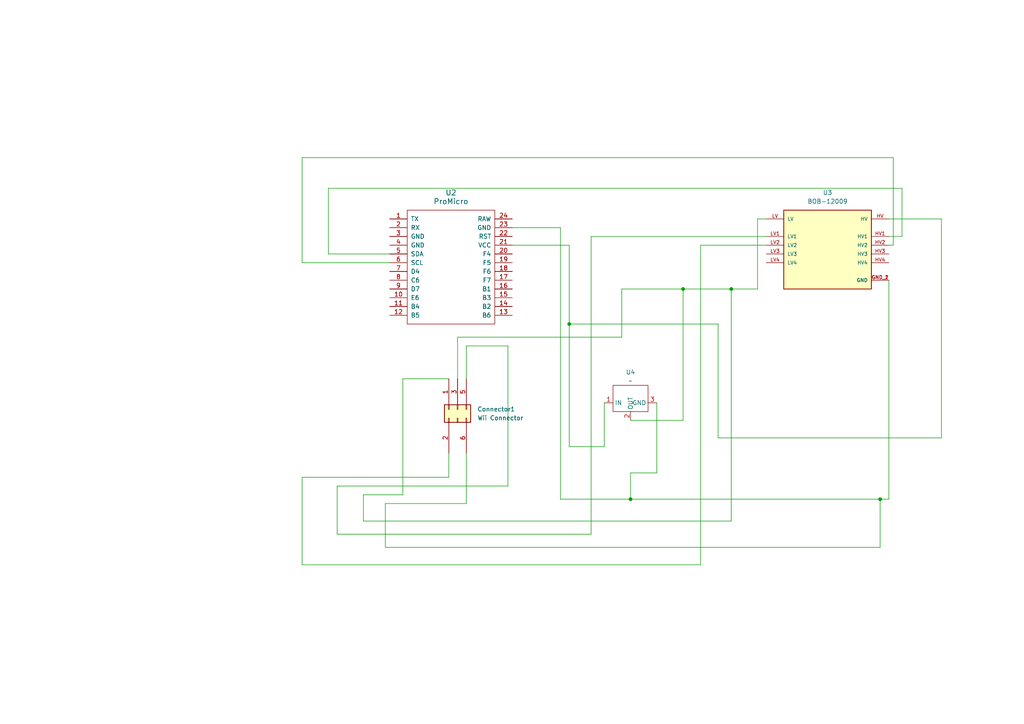
<source format=kicad_sch>
(kicad_sch (version 20231120) (generator "eeschema") (generator_version "8.0")
  (paper "A4")
  (lib_symbols
    (symbol "3.3v Voltage Regulator:3.3v_Regulator"
      (property "Reference" "U" (at 0 0 0))
      (symbol "3.3v_Regulator_0_1"
        (rectangle (start -5.08 5.08) (end 5.08 -2.54))
      )
      (symbol "3.3v_Regulator_1_1"
        (pin input line (at -7.62 0 0) (length 2.54) (name "IN") (number "1"))
        (pin output line (at 0 -5.08 90) (length 2.54) (name "OUT") (number "2"))
        (pin passive line (at 7.62 0 180) (length 2.54) (name "GND") (number "3"))
      )
    )
    (symbol "3.3v Voltage Regulator:Wii_Connector" (pin_names (offset 1.016) hide)
      (property "Value" "Wii Connector" (at 1.778 0.508 0))
      (symbol "Wii_Connector_1_1"
        (rectangle (start -3.1895 3.2433) (end 4.4305 -1.8367) (stroke (width 0.254)) (fill (type background)))
        (rectangle (start -1.778 -1.905) (end -2.032 -0.635) (stroke (width 0.1524)))
        (rectangle (start -1.778 3.175) (end -2.032 1.905) (stroke (width 0.1524)))
        (rectangle (start 0.508 3.175) (end 0.762 1.905) (stroke (width 0.1524)))
        (rectangle (start 0.762 -1.905) (end 0.508 -0.635) (stroke (width 0.1524)))
        (rectangle (start 3.302 -1.905) (end 3.048 -0.635) (stroke (width 0.1524)))
        (rectangle (start 3.302 3.175) (end 3.048 1.905) (stroke (width 0.1524)))
        (pin passive line (at -1.905 10.795 270) (length 7.62) (name "3.3v") (number "1"))
        (pin passive line (at -1.905 -10.795 90) (length 8.89) (name "SCL") (number "2"))
        (pin passive line (at 0.635 10.795 270) (length 7.62) (name "3.3v") (number "3"))
        (pin passive line (at 3.175 10.795 270) (length 7.62) (name "SDA") (number "5"))
        (pin passive line (at 3.175 -10.795 90) (length 8.89) (name "GND") (number "6"))
      )
    )
    (symbol "Logic Converter:BOB-12009" (pin_names (offset 1.016))
      (property "Reference" "U" (at -12.7 11.43 0))
      (property "Value" "BOB-12009" (at -12.7 -15.24 0))
      (symbol "BOB-12009_0_0"
        (rectangle (start -12.7 -12.7) (end 12.7 10.16) (stroke (width 0.254)) (fill (type background)))
        (pin power_in line (at 17.78 -10.16 180) (length 5.08) (name "GND") (number "GND_1"))
        (pin power_in line (at 17.78 -10.16 180) (length 5.08) (name "GND") (number "GND_2"))
        (pin bidirectional line (at 17.78 7.62 180) (length 5.08) (name "HV") (number "HV"))
        (pin bidirectional line (at 17.78 2.54 180) (length 5.08) (name "HV1") (number "HV1"))
        (pin bidirectional line (at 17.78 0 180) (length 5.08) (name "HV2") (number "HV2"))
        (pin bidirectional line (at 17.78 -2.54 180) (length 5.08) (name "HV3") (number "HV3"))
        (pin bidirectional line (at 17.78 -5.08 180) (length 5.08) (name "HV4") (number "HV4"))
        (pin bidirectional line (at -17.78 7.62 0) (length 5.08) (name "LV") (number "LV"))
        (pin bidirectional line (at -17.78 2.54 0) (length 5.08) (name "LV1") (number "LV1"))
        (pin bidirectional line (at -17.78 0 0) (length 5.08) (name "LV2") (number "LV2"))
        (pin bidirectional line (at -17.78 -2.54 0) (length 5.08) (name "LV3") (number "LV3"))
        (pin bidirectional line (at -17.78 -5.08 0) (length 5.08) (name "LV4") (number "LV4"))
      )
    )
    (symbol "promicro:ProMicro" (pin_names (offset 1.016))
      (property "Reference" "U" (at 0 24.13 0))
      (property "Value" "ProMicro" (at 0 -13.97 0))
      (symbol "ProMicro_0_1"
        (rectangle (start -12.7 21.59) (end 12.7 -11.43))
      )
      (symbol "ProMicro_1_1"
        (pin bidirectional line (at -17.78 19.05 0) (length 5.08) (name "TX") (number "1"))
        (pin bidirectional line (at -17.78 -3.81 0) (length 5.08) (name "E6") (number "10"))
        (pin bidirectional line (at -17.78 -6.35 0) (length 5.08) (name "B4") (number "11"))
        (pin bidirectional line (at -17.78 -8.89 0) (length 5.08) (name "B5") (number "12"))
        (pin bidirectional line (at 17.78 -8.89 180) (length 5.08) (name "B6") (number "13"))
        (pin bidirectional line (at 17.78 -6.35 180) (length 5.08) (name "B2") (number "14"))
        (pin bidirectional line (at 17.78 -3.81 180) (length 5.08) (name "B3") (number "15"))
        (pin bidirectional line (at 17.78 -1.27 180) (length 5.08) (name "B1") (number "16"))
        (pin bidirectional line (at 17.78 1.27 180) (length 5.08) (name "F7") (number "17"))
        (pin bidirectional line (at 17.78 3.81 180) (length 5.08) (name "F6") (number "18"))
        (pin bidirectional line (at 17.78 6.35 180) (length 5.08) (name "F5") (number "19"))
        (pin bidirectional line (at -17.78 16.51 0) (length 5.08) (name "RX") (number "2"))
        (pin bidirectional line (at 17.78 8.89 180) (length 5.08) (name "F4") (number "20"))
        (pin power_in line (at 17.78 11.43 180) (length 5.08) (name "VCC") (number "21"))
        (pin input line (at 17.78 13.97 180) (length 5.08) (name "RST") (number "22"))
        (pin power_in line (at 17.78 16.51 180) (length 5.08) (name "GND") (number "23"))
        (pin power_out line (at 17.78 19.05 180) (length 5.08) (name "RAW") (number "24"))
        (pin power_in line (at -17.78 13.97 0) (length 5.08) (name "GND") (number "3"))
        (pin power_in line (at -17.78 11.43 0) (length 5.08) (name "GND") (number "4"))
        (pin bidirectional line (at -17.78 8.89 0) (length 5.08) (name "SDA") (number "5"))
        (pin bidirectional line (at -17.78 6.35 0) (length 5.08) (name "SCL") (number "6"))
        (pin bidirectional line (at -17.78 3.81 0) (length 5.08) (name "D4") (number "7"))
        (pin bidirectional line (at -17.78 1.27 0) (length 5.08) (name "C6") (number "8"))
        (pin bidirectional line (at -17.78 -1.27 0) (length 5.08) (name "D7") (number "9"))
      )
    )
  )
  (junction (at 165.1 93.98))
  (junction (at 255.27 144.78))
  (junction (at 212.09 83.82))
  (junction (at 182.88 144.78))
  (junction (at 198.12 83.82))
  (wire (pts (xy 180.34 83.82) (xy 180.34 97.79)))
  (wire (pts (xy 105.41 151.13) (xy 105.41 143.51)))
  (wire (pts (xy 182.88 121.92) (xy 198.12 121.92)))
  (wire (pts (xy 198.12 83.82) (xy 180.34 83.82)))
  (wire (pts (xy 111.76 146.05) (xy 135.255 146.05)))
  (wire (pts (xy 255.27 144.78) (xy 255.27 158.75)))
  (wire (pts (xy 203.2 71.12) (xy 203.2 163.83)))
  (wire (pts (xy 87.63 163.83) (xy 87.63 138.43)))
  (wire (pts (xy 212.09 151.13) (xy 105.41 151.13)))
  (wire (pts (xy 259.08 71.12) (xy 257.81 71.12)))
  (wire (pts (xy 255.27 158.75) (xy 111.76 158.75)))
  (wire (pts (xy 132.715 97.79) (xy 180.34 97.79)))
  (wire (pts (xy 113.03 76.2) (xy 87.63 76.2)))
  (wire (pts (xy 190.5 137.16) (xy 190.5 116.84)))
  (wire (pts (xy 171.45 154.94) (xy 97.79 154.94)))
  (wire (pts (xy 259.08 45.72) (xy 259.08 71.12)))
  (wire (pts (xy 165.1 71.12) (xy 165.1 93.98)))
  (wire (pts (xy 171.45 68.58) (xy 171.45 154.94)))
  (wire (pts (xy 261.62 68.58) (xy 257.81 68.58)))
  (wire (pts (xy 208.28 93.98) (xy 208.28 127)))
  (wire (pts (xy 222.25 68.58) (xy 171.45 68.58)))
  (wire (pts (xy 95.25 54.61) (xy 261.62 54.61)))
  (wire (pts (xy 165.1 93.98) (xy 165.1 129.54)))
  (wire (pts (xy 257.81 81.28) (xy 257.81 144.78)))
  (wire (pts (xy 147.32 140.97) (xy 147.32 100.33)))
  (wire (pts (xy 255.27 144.78) (xy 182.88 144.78)))
  (wire (pts (xy 130.175 138.43) (xy 130.175 131.445)))
  (wire (pts (xy 135.255 100.33) (xy 135.255 109.855)))
  (wire (pts (xy 135.255 146.05) (xy 135.255 131.445)))
  (wire (pts (xy 222.25 63.5) (xy 219.71 63.5)))
  (wire (pts (xy 219.71 63.5) (xy 219.71 83.82)))
  (wire (pts (xy 175.26 116.84) (xy 175.26 129.54)))
  (wire (pts (xy 111.76 158.75) (xy 111.76 146.05)))
  (wire (pts (xy 95.25 73.66) (xy 95.25 54.61)))
  (wire (pts (xy 198.12 83.82) (xy 198.12 121.92)))
  (wire (pts (xy 162.56 66.04) (xy 162.56 144.78)))
  (wire (pts (xy 222.25 71.12) (xy 203.2 71.12)))
  (wire (pts (xy 148.59 66.04) (xy 162.56 66.04)))
  (wire (pts (xy 208.28 127) (xy 273.05 127)))
  (wire (pts (xy 87.63 76.2) (xy 87.63 45.72)))
  (wire (pts (xy 113.03 73.66) (xy 95.25 73.66)))
  (wire (pts (xy 105.41 143.51) (xy 116.84 143.51)))
  (wire (pts (xy 212.09 83.82) (xy 212.09 151.13)))
  (wire (pts (xy 148.59 71.12) (xy 165.1 71.12)))
  (wire (pts (xy 198.12 83.82) (xy 212.09 83.82)))
  (wire (pts (xy 212.09 83.82) (xy 219.71 83.82)))
  (wire (pts (xy 261.62 54.61) (xy 261.62 68.58)))
  (wire (pts (xy 162.56 144.78) (xy 182.88 144.78)))
  (wire (pts (xy 273.05 127) (xy 273.05 63.5)))
  (wire (pts (xy 116.84 143.51) (xy 116.84 109.855)))
  (wire (pts (xy 165.1 93.98) (xy 208.28 93.98)))
  (wire (pts (xy 97.79 154.94) (xy 97.79 140.97)))
  (wire (pts (xy 87.63 45.72) (xy 259.08 45.72)))
  (wire (pts (xy 116.84 109.855) (xy 130.175 109.855)))
  (wire (pts (xy 97.79 140.97) (xy 147.32 140.97)))
  (wire (pts (xy 273.05 63.5) (xy 257.81 63.5)))
  (wire (pts (xy 257.81 144.78) (xy 255.27 144.78)))
  (wire (pts (xy 203.2 163.83) (xy 87.63 163.83)))
  (wire (pts (xy 165.1 129.54) (xy 175.26 129.54)))
  (wire (pts (xy 147.32 100.33) (xy 135.255 100.33)))
  (wire (pts (xy 182.88 137.16) (xy 190.5 137.16)))
  (wire (pts (xy 132.715 97.79) (xy 132.715 109.855)))
  (wire (pts (xy 182.88 137.16) (xy 182.88 144.78)))
  (wire (pts (xy 87.63 138.43) (xy 130.175 138.43)))
  (symbol (lib_id "3.3v Voltage Regulator:3.3v_Regulator") (at 182.88 116.84 0) (unit 1)
    (property "Reference" "U4" (at 182.88 107.95 0))
    (property "Value" "~" (at 182.88 110.49 0))
    (property "Footprint" "Library:3.3v InOutGnd Voltage Regulator" (effects (hide yes)))
  )
  (symbol (lib_id "promicro:ProMicro") (at 130.81 82.55 0) (unit 1)
    (property "Reference" "U2" (at 130.81 55.88 0) (effects (font (size 1.524 1.524))))
    (property "Value" "ProMicro" (at 130.81 58.42 0) (effects (font (size 1.524 1.524))))
    (property "Footprint" "ProMicroFootprint:ARDUINO_PRO_MICRO" (effects (hide yes)))
  )
  (symbol (lib_id "Logic Converter:BOB-12009") (at 240.03 71.12 0) (unit 1)
    (property "Reference" "U3" (at 240.03 55.88 0))
    (property "Value" "BOB-12009" (at 240.03 58.42 0))
    (property "Footprint" "Logic Converter:CONV_BOB-12009" (effects (hide yes)))
    (property "MF" "SparkFun" (effects (hide yes)))
    (property "MAXIMUM_PACKAGE_HEIGHT" "N/A" (effects (hide yes)))
    (property "Package" "None" (effects (hide yes)))
    (property "Price" "None" (effects (hide yes)))
    (property "Check_prices" "https://www.snapeda.com/parts/BOB-12009/SparkFun+Electronics/view-part/?ref=eda" (effects (hide yes)))
    (property "STANDARD" "Manufacturer Recommendations" (effects (hide yes)))
    (property "PARTREV" "01" (effects (hide yes)))
    (property "SnapEDA_Link" "https://www.snapeda.com/parts/BOB-12009/SparkFun+Electronics/view-part/?ref=snap" (effects (hide yes)))
    (property "MP" "BOB-12009" (effects (hide yes)))
    (property "Purchase-URL" "https://www.snapeda.com/api/url_track_click_mouser/?unipart_id=551764&manufacturer=SparkFun&part_name=BOB-12009&search_term=None" (effects (hide yes)))
    (property "Description_1" "\nBSS138 Logic-Level Translator Interface Evaluation Board\n" (effects (hide yes)))
    (property "Availability" "In Stock" (effects (hide yes)))
    (property "MANUFACTURER" "SparkFun Electronics" (effects (hide yes)))
  )
  (symbol (lib_id "3.3v Voltage Regulator:Wii_Connector") (at 132.08 120.65 0) (unit 1)
    (property "Reference" "Connector1" (at 138.43 118.6853 0) (effects (justify left)))
    (property "Value" "Wii Connector" (at 138.43 121.2253 0) (effects (justify left)))
    (property "Footprint" "Library:Nintendo_Wii_Peripheral_6Pin_Socket_Horizontal" (effects (hide yes)))
    (property "Description" " " (effects (hide yes)))
  )
)
</source>
